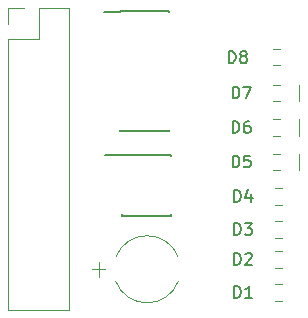
<source format=gbr>
G04 #@! TF.FileFunction,Legend,Top*
%FSLAX46Y46*%
G04 Gerber Fmt 4.6, Leading zero omitted, Abs format (unit mm)*
G04 Created by KiCad (PCBNEW 4.0.6-e0-6349~53~ubuntu14.04.1) date Sun Jul 30 17:28:50 2017*
%MOMM*%
%LPD*%
G01*
G04 APERTURE LIST*
%ADD10C,0.100000*%
%ADD11C,0.120000*%
%ADD12C,0.150000*%
%ADD13R,1.600000X1.600000*%
%ADD14R,2.000000X2.000000*%
%ADD15C,2.000000*%
%ADD16R,2.100000X2.100000*%
%ADD17O,2.100000X2.100000*%
%ADD18R,1.950000X1.000000*%
%ADD19R,1.900000X1.000000*%
G04 APERTURE END LIST*
D10*
D11*
X132546500Y-63882500D02*
X132546500Y-62482500D01*
X132546500Y-62482500D02*
X129746500Y-62482500D01*
X132546500Y-63882500D02*
X129746500Y-63882500D01*
X132546500Y-61088500D02*
X132546500Y-59688500D01*
X132546500Y-59688500D02*
X129746500Y-59688500D01*
X132546500Y-61088500D02*
X129746500Y-61088500D01*
X132546500Y-58548500D02*
X132546500Y-57148500D01*
X132546500Y-57148500D02*
X129746500Y-57148500D01*
X132546500Y-58548500D02*
X129746500Y-58548500D01*
X132546500Y-55754500D02*
X132546500Y-54354500D01*
X132546500Y-54354500D02*
X129746500Y-54354500D01*
X132546500Y-55754500D02*
X129746500Y-55754500D01*
X132419500Y-52833500D02*
X132419500Y-51433500D01*
X132419500Y-51433500D02*
X129619500Y-51433500D01*
X132419500Y-52833500D02*
X129619500Y-52833500D01*
X132419500Y-49912500D02*
X132419500Y-48512500D01*
X132419500Y-48512500D02*
X129619500Y-48512500D01*
X132419500Y-49912500D02*
X129619500Y-49912500D01*
X132419500Y-46991500D02*
X132419500Y-45591500D01*
X132419500Y-45591500D02*
X129619500Y-45591500D01*
X132419500Y-46991500D02*
X129619500Y-46991500D01*
X132356000Y-43943500D02*
X132356000Y-42543500D01*
X132356000Y-42543500D02*
X129556000Y-42543500D01*
X132356000Y-43943500D02*
X129556000Y-43943500D01*
X114894000Y-61214000D02*
X116094000Y-61214000D01*
X115494000Y-60564000D02*
X115494000Y-61864000D01*
X122259082Y-60232706D02*
G75*
G03X116928442Y-60234000I-2665082J-981294D01*
G01*
X122259082Y-62195294D02*
G75*
G02X116928442Y-62194000I-2665082J981294D01*
G01*
X107826500Y-41719500D02*
X107826500Y-64639500D01*
X107826500Y-64639500D02*
X113026500Y-64639500D01*
X113026500Y-64639500D02*
X113026500Y-39119500D01*
X113026500Y-39119500D02*
X110426500Y-39119500D01*
X110426500Y-39119500D02*
X110426500Y-41719500D01*
X110426500Y-41719500D02*
X107826500Y-41719500D01*
X107826500Y-40449500D02*
X107826500Y-39119500D01*
X107826500Y-39119500D02*
X109156500Y-39119500D01*
D12*
X117432000Y-51527000D02*
X117432000Y-51577000D01*
X121582000Y-51527000D02*
X121582000Y-51672000D01*
X121582000Y-56677000D02*
X121582000Y-56532000D01*
X117432000Y-56677000D02*
X117432000Y-56532000D01*
X117432000Y-51527000D02*
X121582000Y-51527000D01*
X117432000Y-56677000D02*
X121582000Y-56677000D01*
X117432000Y-51577000D02*
X116032000Y-51577000D01*
X117305000Y-39375000D02*
X117305000Y-39400000D01*
X121455000Y-39375000D02*
X121455000Y-39480000D01*
X121455000Y-49525000D02*
X121455000Y-49420000D01*
X117305000Y-49525000D02*
X117305000Y-49420000D01*
X117305000Y-39375000D02*
X121455000Y-39375000D01*
X117305000Y-49525000D02*
X121455000Y-49525000D01*
X117305000Y-39400000D02*
X115930000Y-39400000D01*
X126960405Y-63634881D02*
X126960405Y-62634881D01*
X127198500Y-62634881D01*
X127341358Y-62682500D01*
X127436596Y-62777738D01*
X127484215Y-62872976D01*
X127531834Y-63063452D01*
X127531834Y-63206310D01*
X127484215Y-63396786D01*
X127436596Y-63492024D01*
X127341358Y-63587262D01*
X127198500Y-63634881D01*
X126960405Y-63634881D01*
X128484215Y-63634881D02*
X127912786Y-63634881D01*
X128198500Y-63634881D02*
X128198500Y-62634881D01*
X128103262Y-62777738D01*
X128008024Y-62872976D01*
X127912786Y-62920595D01*
X126960405Y-60840881D02*
X126960405Y-59840881D01*
X127198500Y-59840881D01*
X127341358Y-59888500D01*
X127436596Y-59983738D01*
X127484215Y-60078976D01*
X127531834Y-60269452D01*
X127531834Y-60412310D01*
X127484215Y-60602786D01*
X127436596Y-60698024D01*
X127341358Y-60793262D01*
X127198500Y-60840881D01*
X126960405Y-60840881D01*
X127912786Y-59936119D02*
X127960405Y-59888500D01*
X128055643Y-59840881D01*
X128293739Y-59840881D01*
X128388977Y-59888500D01*
X128436596Y-59936119D01*
X128484215Y-60031357D01*
X128484215Y-60126595D01*
X128436596Y-60269452D01*
X127865167Y-60840881D01*
X128484215Y-60840881D01*
X126960405Y-58300881D02*
X126960405Y-57300881D01*
X127198500Y-57300881D01*
X127341358Y-57348500D01*
X127436596Y-57443738D01*
X127484215Y-57538976D01*
X127531834Y-57729452D01*
X127531834Y-57872310D01*
X127484215Y-58062786D01*
X127436596Y-58158024D01*
X127341358Y-58253262D01*
X127198500Y-58300881D01*
X126960405Y-58300881D01*
X127865167Y-57300881D02*
X128484215Y-57300881D01*
X128150881Y-57681833D01*
X128293739Y-57681833D01*
X128388977Y-57729452D01*
X128436596Y-57777071D01*
X128484215Y-57872310D01*
X128484215Y-58110405D01*
X128436596Y-58205643D01*
X128388977Y-58253262D01*
X128293739Y-58300881D01*
X128008024Y-58300881D01*
X127912786Y-58253262D01*
X127865167Y-58205643D01*
X126960405Y-55506881D02*
X126960405Y-54506881D01*
X127198500Y-54506881D01*
X127341358Y-54554500D01*
X127436596Y-54649738D01*
X127484215Y-54744976D01*
X127531834Y-54935452D01*
X127531834Y-55078310D01*
X127484215Y-55268786D01*
X127436596Y-55364024D01*
X127341358Y-55459262D01*
X127198500Y-55506881D01*
X126960405Y-55506881D01*
X128388977Y-54840214D02*
X128388977Y-55506881D01*
X128150881Y-54459262D02*
X127912786Y-55173548D01*
X128531834Y-55173548D01*
X126833405Y-52585881D02*
X126833405Y-51585881D01*
X127071500Y-51585881D01*
X127214358Y-51633500D01*
X127309596Y-51728738D01*
X127357215Y-51823976D01*
X127404834Y-52014452D01*
X127404834Y-52157310D01*
X127357215Y-52347786D01*
X127309596Y-52443024D01*
X127214358Y-52538262D01*
X127071500Y-52585881D01*
X126833405Y-52585881D01*
X128309596Y-51585881D02*
X127833405Y-51585881D01*
X127785786Y-52062071D01*
X127833405Y-52014452D01*
X127928643Y-51966833D01*
X128166739Y-51966833D01*
X128261977Y-52014452D01*
X128309596Y-52062071D01*
X128357215Y-52157310D01*
X128357215Y-52395405D01*
X128309596Y-52490643D01*
X128261977Y-52538262D01*
X128166739Y-52585881D01*
X127928643Y-52585881D01*
X127833405Y-52538262D01*
X127785786Y-52490643D01*
X126833405Y-49664881D02*
X126833405Y-48664881D01*
X127071500Y-48664881D01*
X127214358Y-48712500D01*
X127309596Y-48807738D01*
X127357215Y-48902976D01*
X127404834Y-49093452D01*
X127404834Y-49236310D01*
X127357215Y-49426786D01*
X127309596Y-49522024D01*
X127214358Y-49617262D01*
X127071500Y-49664881D01*
X126833405Y-49664881D01*
X128261977Y-48664881D02*
X128071500Y-48664881D01*
X127976262Y-48712500D01*
X127928643Y-48760119D01*
X127833405Y-48902976D01*
X127785786Y-49093452D01*
X127785786Y-49474405D01*
X127833405Y-49569643D01*
X127881024Y-49617262D01*
X127976262Y-49664881D01*
X128166739Y-49664881D01*
X128261977Y-49617262D01*
X128309596Y-49569643D01*
X128357215Y-49474405D01*
X128357215Y-49236310D01*
X128309596Y-49141071D01*
X128261977Y-49093452D01*
X128166739Y-49045833D01*
X127976262Y-49045833D01*
X127881024Y-49093452D01*
X127833405Y-49141071D01*
X127785786Y-49236310D01*
X126833405Y-46743881D02*
X126833405Y-45743881D01*
X127071500Y-45743881D01*
X127214358Y-45791500D01*
X127309596Y-45886738D01*
X127357215Y-45981976D01*
X127404834Y-46172452D01*
X127404834Y-46315310D01*
X127357215Y-46505786D01*
X127309596Y-46601024D01*
X127214358Y-46696262D01*
X127071500Y-46743881D01*
X126833405Y-46743881D01*
X127738167Y-45743881D02*
X128404834Y-45743881D01*
X127976262Y-46743881D01*
X126515905Y-43759381D02*
X126515905Y-42759381D01*
X126754000Y-42759381D01*
X126896858Y-42807000D01*
X126992096Y-42902238D01*
X127039715Y-42997476D01*
X127087334Y-43187952D01*
X127087334Y-43330810D01*
X127039715Y-43521286D01*
X126992096Y-43616524D01*
X126896858Y-43711762D01*
X126754000Y-43759381D01*
X126515905Y-43759381D01*
X127658762Y-43187952D02*
X127563524Y-43140333D01*
X127515905Y-43092714D01*
X127468286Y-42997476D01*
X127468286Y-42949857D01*
X127515905Y-42854619D01*
X127563524Y-42807000D01*
X127658762Y-42759381D01*
X127849239Y-42759381D01*
X127944477Y-42807000D01*
X127992096Y-42854619D01*
X128039715Y-42949857D01*
X128039715Y-42997476D01*
X127992096Y-43092714D01*
X127944477Y-43140333D01*
X127849239Y-43187952D01*
X127658762Y-43187952D01*
X127563524Y-43235571D01*
X127515905Y-43283190D01*
X127468286Y-43378429D01*
X127468286Y-43568905D01*
X127515905Y-43664143D01*
X127563524Y-43711762D01*
X127658762Y-43759381D01*
X127849239Y-43759381D01*
X127944477Y-43711762D01*
X127992096Y-43664143D01*
X128039715Y-43568905D01*
X128039715Y-43378429D01*
X127992096Y-43283190D01*
X127944477Y-43235571D01*
X127849239Y-43187952D01*
%LPC*%
D13*
X129646500Y-63182500D03*
X131846500Y-63182500D03*
X129646500Y-60388500D03*
X131846500Y-60388500D03*
X129646500Y-57848500D03*
X131846500Y-57848500D03*
X129646500Y-55054500D03*
X131846500Y-55054500D03*
X129519500Y-52133500D03*
X131719500Y-52133500D03*
X129519500Y-49212500D03*
X131719500Y-49212500D03*
X129519500Y-46291500D03*
X131719500Y-46291500D03*
X129456000Y-43243500D03*
X131656000Y-43243500D03*
D14*
X117094000Y-61214000D03*
D15*
X122094000Y-61214000D03*
D16*
X109156500Y-40449500D03*
D17*
X109156500Y-42989500D03*
X111696500Y-42989500D03*
X109156500Y-45529500D03*
X111696500Y-45529500D03*
X109156500Y-48069500D03*
X111696500Y-48069500D03*
X111696500Y-50609500D03*
X111696500Y-53149500D03*
X109156500Y-55689500D03*
X111696500Y-55689500D03*
X109156500Y-58229500D03*
X111696500Y-58229500D03*
X109156500Y-60769500D03*
X111696500Y-60769500D03*
X109156500Y-63309500D03*
D18*
X116807000Y-52197000D03*
X116807000Y-53467000D03*
X116807000Y-54737000D03*
X116807000Y-56007000D03*
X122207000Y-56007000D03*
X122207000Y-54737000D03*
X122207000Y-53467000D03*
X122207000Y-52197000D03*
D19*
X116680000Y-40005000D03*
X116680000Y-41275000D03*
X116680000Y-42545000D03*
X116680000Y-43815000D03*
X116680000Y-45085000D03*
X116680000Y-46355000D03*
X116680000Y-47625000D03*
X116680000Y-48895000D03*
X122080000Y-48895000D03*
X122080000Y-47625000D03*
X122080000Y-46355000D03*
X122080000Y-45085000D03*
X122080000Y-43815000D03*
X122080000Y-42545000D03*
X122080000Y-41275000D03*
X122080000Y-40005000D03*
M02*

</source>
